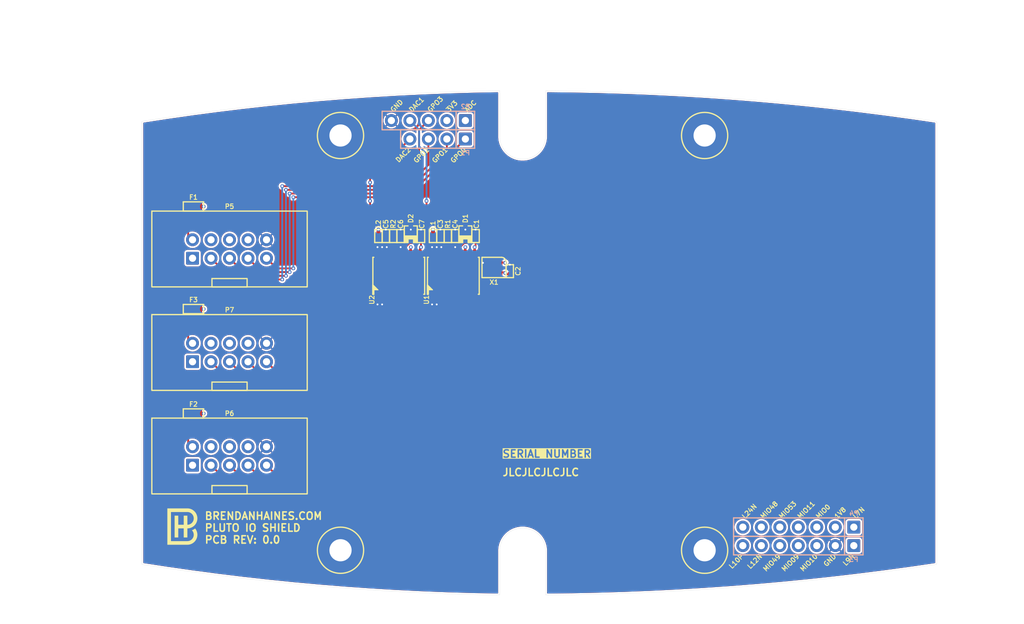
<source format=kicad_pcb>
(kicad_pcb
	(version 20240108)
	(generator "pcbnew")
	(generator_version "8.0")
	(general
		(thickness 1.6)
		(legacy_teardrops no)
	)
	(paper "A")
	(title_block
		(title "${PROJECT_NAME}")
		(rev "${PCB_REVISION}")
		(company "BRENDANHAINES.COM")
	)
	(layers
		(0 "F.Cu" signal)
		(1 "In1.Cu" signal)
		(2 "In2.Cu" signal)
		(31 "B.Cu" signal)
		(32 "B.Adhes" user "B.Adhesive")
		(33 "F.Adhes" user "F.Adhesive")
		(34 "B.Paste" user)
		(35 "F.Paste" user)
		(36 "B.SilkS" user "B.Silkscreen")
		(37 "F.SilkS" user "F.Silkscreen")
		(38 "B.Mask" user)
		(39 "F.Mask" user)
		(40 "Dwgs.User" user "User.Drawings")
		(41 "Cmts.User" user "User.Comments")
		(42 "Eco1.User" user "User.Eco1")
		(43 "Eco2.User" user "User.Eco2")
		(44 "Edge.Cuts" user)
		(45 "Margin" user)
		(46 "B.CrtYd" user "B.Courtyard")
		(47 "F.CrtYd" user "F.Courtyard")
		(48 "B.Fab" user)
		(49 "F.Fab" user)
		(50 "User.1" user)
		(51 "User.2" user)
		(52 "User.3" user)
		(53 "User.4" user)
		(54 "User.5" user)
		(55 "User.6" user)
		(56 "User.7" user)
		(57 "User.8" user)
		(58 "User.9" user)
	)
	(setup
		(stackup
			(layer "F.SilkS"
				(type "Top Silk Screen")
				(color "White")
			)
			(layer "F.Paste"
				(type "Top Solder Paste")
			)
			(layer "F.Mask"
				(type "Top Solder Mask")
				(color "Green")
				(thickness 0.01)
			)
			(layer "F.Cu"
				(type "copper")
				(thickness 0.035)
			)
			(layer "dielectric 1"
				(type "core")
				(thickness 0.48)
				(material "FR4")
				(epsilon_r 4.5)
				(loss_tangent 0.02)
			)
			(layer "In1.Cu"
				(type "copper")
				(thickness 0.035)
			)
			(layer "dielectric 2"
				(type "prepreg")
				(thickness 0.48)
				(material "FR4")
				(epsilon_r 4.5)
				(loss_tangent 0.02)
			)
			(layer "In2.Cu"
				(type "copper")
				(thickness 0.035)
			)
			(layer "dielectric 3"
				(type "core")
				(thickness 0.48)
				(material "FR4")
				(epsilon_r 4.5)
				(loss_tangent 0.02)
			)
			(layer "B.Cu"
				(type "copper")
				(thickness 0.035)
			)
			(layer "B.Mask"
				(type "Bottom Solder Mask")
				(color "Green")
				(thickness 0.01)
			)
			(layer "B.Paste"
				(type "Bottom Solder Paste")
			)
			(layer "B.SilkS"
				(type "Bottom Silk Screen")
				(color "White")
			)
			(copper_finish "ENIG")
			(dielectric_constraints no)
		)
		(pad_to_mask_clearance 0)
		(allow_soldermask_bridges_in_footprints no)
		(grid_origin 80.01 123.19)
		(pcbplotparams
			(layerselection 0x00010fc_ffffffff)
			(plot_on_all_layers_selection 0x0000000_00000000)
			(disableapertmacros no)
			(usegerberextensions no)
			(usegerberattributes yes)
			(usegerberadvancedattributes yes)
			(creategerberjobfile yes)
			(dashed_line_dash_ratio 12.000000)
			(dashed_line_gap_ratio 3.000000)
			(svgprecision 4)
			(plotframeref no)
			(viasonmask no)
			(mode 1)
			(useauxorigin no)
			(hpglpennumber 1)
			(hpglpenspeed 20)
			(hpglpendiameter 15.000000)
			(pdf_front_fp_property_popups yes)
			(pdf_back_fp_property_popups yes)
			(dxfpolygonmode yes)
			(dxfimperialunits yes)
			(dxfusepcbnewfont yes)
			(psnegative no)
			(psa4output no)
			(plotreference yes)
			(plotvalue yes)
			(plotfptext yes)
			(plotinvisibletext no)
			(sketchpadsonfab no)
			(subtractmaskfromsilk no)
			(outputformat 1)
			(mirror no)
			(drillshape 1)
			(scaleselection 1)
			(outputdirectory "")
		)
	)
	(property "PCB_REVISION" "0.0")
	(property "PROJECT_NAME" "PLUTO IO SHIELD")
	(net 0 "")
	(net 1 "GND")
	(net 2 "/GPO1")
	(net 3 "/GPO2")
	(net 4 "/DAC2")
	(net 5 "/GPO0")
	(net 6 "/ADC")
	(net 7 "/DAC1")
	(net 8 "/GPO3")
	(net 9 "VDC_3V3")
	(net 10 "/L12N")
	(net 11 "/L9N")
	(net 12 "/L10P")
	(net 13 "/MIO49")
	(net 14 "/MIO09")
	(net 15 "/MIO10")
	(net 16 "/MIO48")
	(net 17 "/MIO11")
	(net 18 "/L24N")
	(net 19 "/MIO0")
	(net 20 "/L7N")
	(net 21 "VDC_1V8")
	(net 22 "/MIO53")
	(net 23 "Net-(U1-VA)")
	(net 24 "Net-(U1-VREF)")
	(net 25 "Net-(U2-VA)")
	(net 26 "Net-(U2-VREF)")
	(net 27 "/D1_7")
	(net 28 "/D1_6")
	(net 29 "/ADC_CLK")
	(net 30 "/D1_3")
	(net 31 "/D1_5")
	(net 32 "/D1_4")
	(net 33 "/D1_2")
	(net 34 "/D1_0")
	(net 35 "/D1_1")
	(net 36 "/D2_6")
	(net 37 "/D2_1")
	(net 38 "/D2_0")
	(net 39 "/D2_2")
	(net 40 "/D2_4")
	(net 41 "/D2_5")
	(net 42 "/D2_3")
	(net 43 "/D2_7")
	(net 44 "Net-(F2-Pad2)")
	(net 45 "Net-(F3-Pad2)")
	(net 46 "Net-(F1-Pad2)")
	(net 47 "unconnected-(P5-Pad8)")
	(net 48 "unconnected-(P5-Pad4)")
	(net 49 "unconnected-(P5-Pad6)")
	(net 50 "unconnected-(P5-Pad1)")
	(net 51 "unconnected-(P6-Pad6)")
	(net 52 "unconnected-(P6-Pad8)")
	(net 53 "unconnected-(P6-Pad1)")
	(net 54 "unconnected-(P6-Pad4)")
	(net 55 "unconnected-(P7-Pad1)")
	(net 56 "unconnected-(P7-Pad4)")
	(net 57 "unconnected-(P7-Pad8)")
	(net 58 "unconnected-(P7-Pad6)")
	(footprint "common:R0603" (layer "F.Cu") (at 59.817 90.043 180))
	(footprint "common:SOP20_TI_PW0020A" (layer "F.Cu") (at 88.011 85.471 90))
	(footprint "common:PinHeader_2x05_P2.54mm_Vertical_Shrouded" (layer "F.Cu") (at 59.69 97.282))
	(footprint "common:MH120X230_#4" (layer "F.Cu") (at 130.0099 123.19))
	(footprint "common:SOD-323" (layer "F.Cu") (at 89.662 79.756 90))
	(footprint "common:C0402" (layer "F.Cu") (at 95.762 80.01 90))
	(footprint "common:C0402" (layer "F.Cu") (at 98.556 80.01 90))
	(footprint "common:LOGO_BH" (layer "F.Cu") (at 58.7265 122.3445))
	(footprint "common:PinHeader_2x05_P2.54mm_Vertical_Shrouded" (layer "F.Cu") (at 59.69 111.506))
	(footprint "common:C0402" (layer "F.Cu") (at 93.73 80.01 90))
	(footprint "common:SOD-323" (layer "F.Cu") (at 97.159 79.756 90))
	(footprint "common:C0402" (layer "F.Cu") (at 88.265 80.01 90))
	(footprint "common:R0603" (layer "F.Cu") (at 59.817 104.394 180))
	(footprint "common:C0402" (layer "F.Cu") (at 86.233 80.01 90))
	(footprint "common:OSCILLATOR_250X200" (layer "F.Cu") (at 101.092 84.328 -90))
	(footprint "common:PinHeader_2x05_P2.54mm_Vertical_Shrouded" (layer "F.Cu") (at 59.69 83.058))
	(footprint "common:MH120X230_#4" (layer "F.Cu") (at 130.0099 66.1924))
	(footprint "common:R0402" (layer "F.Cu") (at 87.249 80.01 -90))
	(footprint "common:R0603" (layer "F.Cu") (at 59.817 75.946 180))
	(footprint "common:MH120X230_#4" (layer "F.Cu") (at 80.01 123.19))
	(footprint "common:SOP20_TI_PW0020A" (layer "F.Cu") (at 95.504 85.471 90))
	(footprint "common:C0402" (layer "F.Cu") (at 91.059 80.01 90))
	(footprint "common:R0402" (layer "F.Cu") (at 94.746 80.01 -90))
	(footprint "common:MH120X230_#4" (layer "F.Cu") (at 80.01 66.1924))
	(footprint "common:R0402" (layer "F.Cu") (at 85.217 80.01 -90))
	(footprint "common:C0402" (layer "F.Cu") (at 103.251 84.836 90))
	(footprint "common:R0402" (layer "F.Cu") (at 92.714 80.01 -90))
	(footprint "common:PinHeader_1x07_P2.54mm_Vertical" (layer "B.Cu") (at 150.495 120.015 180))
	(footprint "common:PinHeader_1x07_P2.54mm_Vertical" (layer "B.Cu") (at 150.495 122.555 180))
	(footprint "common:PinHeader_1x04_P2.54mm_Vertical" (layer "B.Cu") (at 97.155 66.675 180))
	(footprint "common:PinHeader_1x05_P2.54mm_Vertical" (layer "B.Cu") (at 97.155 64.135 180))
	(gr_line
		(start 52.7304 64.262)
		(end 52.7304 125.1204)
		(stroke
			(width 0.0254)
			(type default)
		)
		(layer "Edge.Cuts")
		(uuid "01eeaaa2-1d96-4fbe-a7c0-eab31686fcf1")
	)
	(gr_line
		(start 101.854 123.2916)
		(end 101.854 129.3368)
		(stroke
			(width 0.0254)
			(type default)
		)
		(layer "Edge.Cuts")
		(uuid "028f1051-2530-4ab2-b4aa-4fe77a954fee")
	)
	(gr_arc
		(start 52.7304 64.262)
		(mid 77.21685 61.27593)
		(end 101.854 60.0456)
		(stroke
			(width 0.0254)
			(type default)
		)
		(layer "Edge.Cuts")
		(uuid "0539845f-d0b8-466b-a84b-778189f6f142")
	)
	(gr_arc
		(start 108.1786 60.0456)
		(mid 135.10175 61.194225)
		(end 161.8742 64.262)
		(stroke
			(width 0.0254)
			(type default)
		)
		(layer "Edge.Cuts")
		(uuid "21fa8685-cbea-48e3-ba4b-3bdab39869cb")
	)
	(gr_line
		(start 161.8742 64.262)
		(end 161.8742 125.1204)
		(stroke
			(width 0.0254)
			(type default)
		)
		(layer "Edge.Cuts")
		(uuid "2351c6a1-8a6b-4eef-bde0-6b8a961f2eae")
	)
	(gr_line
		(start 108.1786 66.294)
		(end 108.1786 60.0456)
		(stroke
			(width 0.0254)
			(type default)
		)
		(layer "Edge.Cuts")
		(uuid "35169102-ec27-4d86-9b9f-b37ae62cb9bc")
	)
	(gr_arc
		(start 101.854 123.2916)
		(mid 105.0163 120.1293)
		(end 108.1786 123.2916)
		(stroke
			(width 0.0254)
			(type default)
		)
		(layer "Edge.Cuts")
		(uuid "3c1f4706-a351-4cdf-9aba-d7bce8b90f26")
	)
	(gr_arc
		(start 101.854 129.3368)
		(mid 77.21685 128.10647)
		(end 52.7304 125.1204)
		(stroke
			(width 0.0254)
			(type default)
		)
		(layer "Edge.Cuts")
		(uuid "6a69de1c-5ddb-4080-85c6-44cb49680848")
	)
	(gr_arc
		(start 161.8742 125.1204)
		(mid 135.10175 128.188175)
		(end 108.1786 129.3368)
		(stroke
			(width 0.0254)
			(type default)
		)
		(layer "Edge.Cuts")
		(uuid "719d83d8-8deb-4654-ad43-144c8890a801")
	)
	(gr_arc
		(start 108.1786 66.294)
		(mid 105.0163 69.4563)
		(end 101.854 66.294)
		(stroke
			(width 0.0254)
			(type default)
		)
		(layer "Edge.Cuts")
		(uuid "b2207f3b-c003-409c-a3da-c269b7eb26e0")
	)
	(gr_line
		(start 108.1786 123.2916)
		(end 108.1786 129.3368)
		(stroke
			(width 0.0254)
			(type default)
		)
		(layer "Edge.Cuts")
		(uuid "d983f51f-a4c1-48ea-98a9-0aaeffa08bc2")
	)
	(gr_line
		(start 101.854 66.294)
		(end 101.854 60.0456)
		(stroke
			(width 0.0254)
			(type default)
		)
		(layer "Edge.Cuts")
		(uuid "ff1f63a4-9257-4195-87a5-270fd42b64fa")
	)
	(gr_text "JLCJLCJLCJLC"
		(at 102.1605 113.0735 0)
		(layer "F.SilkS")
		(uuid "091288de-23c4-4edc-b533-5d552fa8084b")
		(effects
			(font
				(size 1.016 1.016)
				(thickness 0.2032)
				(bold yes)
			)
			(justify left bottom)
		)
	)
	(gr_text "L7N"
		(at 150.495 118.745 45)
		(layer "F.SilkS")
		(uuid "1cdc6d0f-337c-409a-b1da-968567fe4e07")
		(effects
			(font
				(size 0.635 0.635)
				(thickness 0.127)
				(bold yes)
			)
			(justify left)
		)
	)
	(gr_text "GND"
		(at 147.955 123.825 45)
		(layer "F.SilkS")
		(uuid "1d633a11-fa35-47bf-85d6-2ca7e9618761")
		(effects
			(font
				(size 0.635 0.635)
				(thickness 0.127)
				(bold yes)
			)
			(justify right)
		)
	)
	(gr_text "MIO09"
		(at 142.875 123.825 45)
		(layer "F.SilkS")
		(uuid "1d9b0497-2944-4518-9de8-59fb3f31cd85")
		(effects
			(font
				(size 0.635 0.635)
				(thickness 0.127)
				(bold yes)
			)
			(justify right)
		)
	)
	(gr_text "GND"
		(at 86.995 62.865 45)
		(layer "F.SilkS")
		(uuid "32763687-5bbe-4fa7-a03f-9aab5b9b62f1")
		(effects
			(font
				(size 0.635 0.635)
				(thickness 0.127)
				(bold yes)
			)
			(justify left)
		)
	)
	(gr_text "MIO53"
		(at 140.335 118.745 45)
		(layer "F.SilkS")
		(uuid "40d1187b-e6b7-4189-8ff4-2c8c90803fbd")
		(effects
			(font
				(size 0.635 0.635)
				(thickness 0.127)
				(bold yes)
			)
			(justify left)
		)
	)
	(gr_text "BRENDANHAINES.COM\n${PROJECT_NAME}\nPCB REV: ${PCB_REVISION}"
		(at 61.2665 122.3445 0)
		(layer "F.SilkS")
		(uuid "437bdfe8-9461-4ec7-870c-371d6a52dc16")
		(effects
			(font
				(size 1.016 1.016)
				(thickness 0.2032)
				(bold yes)
			)
			(justify left bottom)
		)
	)
	(gr_text "GPO0"
		(at 97.155 67.945 45)
		(layer "F.SilkS")
		(uuid "4e282f1b-fe44-4e52-8424-163d35aa00b7")
		(effects
			(font
				(size 0.635 0.635)
				(thickness 0.127)
				(bold yes)
			)
			(justify right)
		)
	)
	(gr_text "1V8"
		(at 147.955 118.745 45)
		(layer "F.SilkS")
		(uuid "50d5c08f-ca70-40f2-a10f-c5bd703c6387")
		(effects
			(font
				(size 0.635 0.635)
				(thickness 0.127)
				(bold yes)
			)
			(justify left)
		)
	)
	(gr_text "L24N"
		(at 135.255 118.745 45)
		(layer "F.SilkS")
		(uuid "6be3ee54-d0db-492a-abbf-1d2a441bdebd")
		(effects
			(font
				(size 0.635 0.635)
				(thickness 0.127)
				(bold yes)
			)
			(justify left)
		)
	)
	(gr_text "SERIAL NUMBER"
		(at 102.1605 110.5335 0)
		(layer "F.SilkS" knockout)
		(uuid "6c2be5ce-85b7-4de0-9953-9a61d10d3e1f")
		(effects
			(font
				(size 1.016 1.016)
				(thickness 0.2032)
				(bold yes)
			)
			(justify left bottom)
		)
	)
	(gr_text "L9N"
		(at 150.495 123.825 45)
		(layer "F.SilkS")
		(uuid "88c70311-50ca-4c2c-81ac-eface2986662")
		(effects
			(font
				(size 0.635 0.635)
				(thickness 0.127)
				(bold yes)
			)
			(justify right)
		)
	)
	(gr_text "ADC"
		(at 97.155 62.865 45)
		(layer "F.SilkS")
		(uuid "8bb9fc9c-5e6a-4340-90b7-1c8a637bfdd1")
		(effects
			(font
				(size 0.635 0.635)
				(thickness 0.127)
				(bold yes)
			)
			(justify left)
		)
	)
	(gr_text "DAC2"
		(at 89.535 67.945 45)
		(layer "F.SilkS")
		(uuid "8dace095-4eb4-4bfe-b984-7191fb8bc0e4")
		(effects
			(font
				(size 0.635 0.635)
				(thickness 0.127)
				(bold yes)
			)
			(justify right)
		)
	)
	(gr_text "L10P"
		(at 135.255 123.825 45)
		(layer "F.SilkS")
		(uuid "8f655222-c250-4b8a-823d-e28e44254b5b")
		(effects
			(font
				(size 0.635 0.635)
				(thickness 0.127)
				(bold yes)
			)
			(justify right)
		)
	)
	(gr_text "MIO48"
		(at 137.795 118.745 45)
		(layer "F.SilkS")
		(uuid "9e241a46-25b4-4116-9c4e-ebff1490ab27")
		(effects
			(font
				(size 0.635 0.635)
				(thickness 0.127)
				(bold yes)
			)
			(justify left)
		)
	)
	(gr_text "L12N"
		(at 137.795 123.825 45)
		(layer "F.SilkS")
		(uuid "add93b29-be5f-4919-ac3a-0ba6f12c0348")
		(effects
			(font
				(size 0.635 0.635)
				(thickness 0.127)
				(bold yes)
			)
			(justify right)
		)
	)
	(gr_text "GPO3"
		(at 92.075 62.865 45)
		(layer "F.SilkS")
		(uuid "afb3f834-9b19-4667-8d39-9049800dfba3")
		(effects
			(font
				(size 0.635 0.635)
				(thickness 0.127)
				(bold yes)
			)
			(justify left)
		)
	)
	(gr_text "DAC1"
		(at 89.535 62.865 45)
		(layer "F.SilkS")
		(uuid "c622d78a-ca2a-4f82-b223-9632abefab8f")
		(effects
			(font
				(size 0.635 0.635)
				(thickness 0.127)
				(bold yes)
			)
			(justify left)
		)
	)
	(gr_text "MIO0"
		(at 145.415 118.745 45)
		(layer "F.SilkS")
		(uuid "cd7c1240-e884-4550-aa13-ce92a6c80779")
		(effects
			(font
				(size 0.635 0.635)
				(thickness 0.127)
				(bold yes)
			)
			(justify left)
		)
	)
	(gr_text "GPO1"
		(at 94.615 67.945 45)
		(layer "F.SilkS")
		(uuid "d491ca8a-7324-431a-9cd5-9fd076cc52f5")
		(effects
			(font
				(size 0.635 0.635)
				(thickness 0.127)
				(bold yes)
			)
			(justify right)
		)
	)
	(gr_text "MIO11"
		(at 142.875 118.745 45)
		(layer "F.SilkS")
		(uuid "e8325fa2-f8a3-44ca-9978-7bfeabd84427")
		(effects
			(font
				(size 0.635 0.635)
				(thickness 0.127)
				(bold yes)
			)
			(justify left)
		)
	)
	(gr_text "MIO10"
		(at 145.415 123.825 45)
		(layer "F.SilkS")
		(uuid "e833e563-2582-4392-a7d1-7ead7fb5c2d7")
		(effects
			(font
				(size 0.635 0.635)
				(thickness 0.127)
				(bold yes)
			)
			(justify right)
		)
	)
	(gr_text "3V3"
		(at 94.615 62.865 45)
		(layer "F.SilkS")
		(uuid "ec986e4d-d831-4952-bf6d-c8cd3ade1e29")
		(effects
			(font
				(size 0.635 0.635)
				(thickness 0.127)
				(bold yes)
			)
			(justify left)
		)
	)
	(gr_text "MIO49"
		(at 140.335 123.825 45)
		(layer "F.SilkS")
		(uuid "f45fb5e5-6f32-469f-9e03-1e281da8c205")
		(effects
			(font
				(size 0.635 0.635)
				(thickness 0.127)
				(bold yes)
			)
			(justify right)
		)
	)
	(gr_text "GPO2"
		(at 92.075 67.945 45)
		(layer "F.SilkS")
		(uuid "f4ef1a3c-5158-4fc3-a689-311ab536b7c7")
		(effects
			(font
				(size 0.635 0.635)
				(thickness 0.127)
				(bold yes)
			)
			(justify right)
		)
	)
	(dimension
		(type aligned)
		(layer "F.Fab")
		(uuid "01ee0b31-f02b-4470-b2f7-07b9d1207f38")
		(pts
			(xy 52.7304 64.262) (xy 161.8742 64.262)
		)
		(height -14.732)
		(gr_text "4.2970 in"
			(at 107.3023 48.387 0)
			(layer "F.Fab")
			(uuid "01ee0b31-f02b-4470-b2f7-07b9d1207f38")
			(effects
				(font
					(size 1.016 1.016)
					(thickness 0.127)
				)
			)
		)
		(format
			(prefix "")
			(suffix "")
			(units 3)
			(units_format 1)
			(precision 4)
		)
		(style
			(thickness 0.127)
			(arrow_length 1.27)
			(text_position_mode 0)
			(extension_height 0.58642)
			(extension_offset 6.35) keep_text_aligned)
	)
	(dimension
		(type aligned)
		(layer "F.Fab")
		(uuid "0517aec2-45e6-4cc3-9803-feed6af5a135")
		(pts
			(xy 109.347 59.8356) (xy 109.347 129.1268)
		)
		(height 69.977)
		(gr_text "2.7280 in"
			(at 38.227 94.4812 90)
			(layer "F.Fab")
			(uuid "0517aec2-45e6-4cc3-9803-feed6af5a135")
			(effects
				(font
					(size 1.016 1.016)
					(thickness 0.127)
				)
			)
		)
		(format
			(prefix "")
			(suffix "")
			(units 3)
			(units_format 1)
			(precision 4)
		)
		(style
			(thickness 0.127)
			(arrow_length 1.27)
			(text_position_mode 0)
			(extension_height 0.58642)
			(extension_offset 17.78) keep_text_aligned)
	)
	(dimension
		(type aligned)
		(layer "F.Fab")
		(uuid "226b6488-45b6-49fa-998f-108bc8a2286a")
		(pts
			(xy 52.7304 64.262) (xy 52.7304 125.1204)
		)
		(height 9.6774)
		(gr_text "2.3960 in"
			(at 41.91 94.6912 90)
			(layer "F.Fab")
			(uuid "226b6488-45b6-49fa-998f-108bc8a2286a")
			(effects
				(font
					(size 1.016 1.016)
					(thickness 0.127)
				)
			)
		)
		(format
			(prefix "")
			(suffix "")
			(units 3)
			(units_format 1)
			(precision 4)
		)
		(style
			(thickness 0.127)
			(arrow_length 1.27)
			(text_position_mode 0)
			(extension_height 0.58642)
			(extension_offset 2.54) keep_text_aligned)
	)
	(dimension
		(type aligned)
		(layer "F.Fab")
		(uuid "2892fb69-bc65-401b-badd-aa520ee8b469")
		(pts
			(xy 87.503 65.9824) (xy 87.503 122.98)
		)
		(height 40.894)
		(gr_text "2.2440 in"
			(at 45.466 94.4812 90)
			(layer "F.Fab")
			(uuid "2892fb69-bc65-401b-badd-aa520ee8b469")
			(effects
				(font
					(size 1.016 1.016)
					(thickness 0.127)
				)
			)
		)
		(format
			(prefix "")
			(suffix "")
			(units 3)
			(units_format 1)
			(precision 4)
		)
		(style
			(thickness 0.127)
			(arrow_length 1.27)
			(text_position_mode 0)
			(extension_height 0.58642)
			(extension_offset 0.254) keep_text_aligned)
	)
	(dimension
		(type aligned)
		(layer "F.Fab")
		(uuid "8539e48b-c969-41b7-bbcb-ea6a69f1c375")
		(pts
			(xy 105.0163 66.294) (xy 105.0163 123.2916)
		)
		(height -65.0367)
		(gr_text "2.2440 in"
			(at 168.91 94.7928 90)
			(layer "F.Fab")
			(uuid "8539e48b-c969-41b7-bbcb-ea6a69f1c375")
			(effects
				(font
					(size 1.016 1.016)
					(thickness 0.127)
				)
			)
		)
		(format
			(prefix "")
			(suffix "")
			(units 3)
			(units_format 1)
			(precision 4)
		)
		(style
			(thickness 0.127)
			(arrow_length 1.27)
			(text_position_mode 0)
			(extension_height 0.58642)
			(extension_offset 0.254) keep_text_aligned)
	)
	(dimension
		(type aligned)
		(layer "F.Fab")
		(uuid "da0fc324-3843-4697-9d01-01ce7e2f02da")
		(pts
			(xy 80.01 66.1924) (xy 130.0099 66.1924)
		)
		(height -11.7094)
		(gr_text "1.9685 in"
			(at 105.00995 53.34 0)
			(layer "F.Fab")
			(uuid "da0fc324-3843-4697-9d01-01ce7e2f02da")
			(effects
				(font
					(size 1.016 1.016)
					(thickness 0.127)
				)
			)
		)
		(format
			(prefix "")
			(suffix "")
			(units 3)
			(units_format 1)
			(precision 4)
		)
		(style
			(thickness 0.127)
			(arrow_length 1.27)
			(text_position_mode 0)
			(extension_height 0.58642)
			(extension_offset 7.62) keep_text_aligned)
	)
	(segment
		(start 98.556 79.585)
		(end 98.556 79.125)
		(width 0.254)
		(layer "F.Cu")
		(net 1)
		(uuid "0830f0ca-838a-4658-bf5b-b4e87b6cb973")
	)
	(segment
		(start 95.829 81.605)
		(end 95.758 81.534)
		(width 0.127)
		(layer "F.Cu")
		(net 1)
		(uuid "0b1ceb3b-b0df-426e-8d0d-840736731476")
	)
	(segment
		(start 85.736 82.571)
		(end 85.736 81.545)
		(width 0.127)
		(layer "F.Cu")
		(net 1)
		(uuid "1072b699-37ac-4154-b0f5-354c871cbd67")
	)
	(segment
		(start 88.265 79.585)
		(end 88.265 79.121)
		(width 0.254)
		(layer "F.Cu")
		(net 1)
		(uuid "1bb5bab3-9bc6-402a-b8bd-cb3fe063a446")
	)
	(segment
		(start 98.556 79.125)
		(end 98.552 79.121)
		(width 0.254)
		(layer "F.Cu")
		(net 1)
		(uuid "214007b9-33c3-4905-bcf9-cdc4452784b4")
	)
	(segment
		(start 85.086 82.571)
		(end 85.086 81.538)
		(width 0.127)
		(layer "F.Cu")
		(net 1)
		(uuid "28aa7d18-3291-493d-8bdb-91aba1625d52")
	)
	(segment
		(start 86.386 81.56)
		(end 86.36 81.534)
		(width 0.127)
		(layer "F.Cu")
		(net 1)
		(uuid "370dfa10-1d6d-4f38-8fc9-bff6ea48399d")
	)
	(segment
		(start 99.608 83.653)
		(end 99.568 83.693)
		(width 0.254)
		(layer "F.Cu")
		(net 1)
		(uuid "3a3577a3-0eb1-4a2c-8b4e-2b05213f32ed")
	)
	(segment
		(start 85.736 89.397)
		(end 85.725 89.408)
		(width 0.127)
		(layer "F.Cu")
		(net 1)
		(uuid "3b605353-a822-4c5c-979b-86e1c66897b7")
	)
	(segment
		(start 95.829 82.571)
		(end 95.829 81.605)
		(width 0.127)
		(layer "F.Cu")
		(net 1)
		(uuid "42443723-7b83-4412-9075-410646a532d3")
	)
	(segment
		(start 92.579 81.538)
		(end 92.583 81.534)
		(width 0.127)
		(layer "F.Cu")
		(net 1)
		(uuid "464b2b07-2f71-4e84-b97e-1b112a69e6ca")
	)
	(segment
		(start 85.086 88.371)
		(end 85.086 89.404)
		(width 0.127)
		(layer "F.Cu")
		(net 1)
		(uuid "48ac1c6d-207a-4dac-95ad-f316aefe8c95")
	)
	(segment
		(start 92.579 88.371)
		(end 92.579 89.404)
		(width 0.127)
		(layer "F.Cu")
		(net 1)
		(uuid "50b730e2-6f76-4545-8d36-0ab72fb0ffe8")
	)
	(segment
		(start 86.386 82.571)
		(end 86.386 81.56)
		(width 0.127)
		(layer "F.Cu")
		(net 1)
		(uuid "525e0171-e8ce-4c2d-aeb7-e660626310bf")
	)
	(segment
		(start 97.159 79.117)
		(end 97.155 79.121)
		(width 0.254)
		(layer "F.Cu")
		(net 1)
		(uuid "52985b5f-f5b2-4d79-b7aa-ec7f961cee40")
	)
	(segment
		(start 93.879 82.571)
		(end 93.879 81.56)
		(width 0.127)
		(layer "F.Cu")
		(net 1)
		(uuid "5cbabf97-f0a5-41b9-93e9-a174f3dca322")
	)
	(segment
		(start 85.736 81.545)
		(end 85.725 81.534)
		(width 0.127)
		(layer "F.Cu")
		(net 1)
		(uuid "5ee55142-5887-4ad4-a4c9-fd366db4e6a1")
	)
	(segment
		(start 91.059 79.585)
		(end 91.059 79.121)
		(width 0.254)
		(layer "F.Cu")
		(net 1)
		(uuid "63c0f405-584e-4d1b-b0b9-8afe68f89c0a")
	)
	(segment
		(start 88.336 82.571)
		(end 88.336 81.604991)
		(width 0.127)
		(layer "F.Cu")
		(net 1)
		(uuid "688ca362-25e4-4423-ac29-02663def9004")
	)
	(segment
		(start 89.662 78.701)
		(end 89.662 79.121)
		(width 0.254)
		(layer "F.Cu")
		(net 1)
		(uuid "71b42f38-1f64-4027-b7f8-cb66e5dd88a9")
	)
	(segment
		(start 93.73 79.585)
		(end 93.73 79.125)
		(width 0.254)
		(layer "F.Cu")
		(net 1)
		(uuid "868398b8-0d1a-47fc-82f8-34e20b366548")
	)
	(segment
		(start 97.159 78.701)
		(end 97.159 79.117)
		(width 0.254)
		(layer "F.Cu")
		(net 1)
		(uuid "944f1f42-8d1d-45c4-9913-9d64d64956fb")
	)
	(segment
		(start 93.879 81.56)
		(end 93.853 81.534)
		(width 0.127)
		(layer "F.Cu")
		(net 1)
		(uuid "9a3e1982-b867-41f7-b6c7-f4026dd9401f")
	)
	(segment
		(start 86.233 79.585)
		(end 86.233 79.121)
		(width 0.254)
		(layer "F.Cu")
		(net 1)
		(uuid "a24a9ca4-977e-43f8-b4ba-972314389691")
	)
	(segment
		(start 85.736 88.371)
		(end 85.736 89.397)
		(width 0.127)
		(layer "F.Cu")
		(net 1)
		(uuid "adc82979-0383-471a-b57c-8333ed783ba1")
	)
	(segment
		(start 93.73 79.125)
		(end 93.726 79.121)
		(width 0.254)
		(layer "F.Cu")
		(net 1)
		(uuid "b113f5e7-62dd-4a85-8445-81f53f4a0ab5")
	)
	(segment
		(start 93.229 81.545)
		(end 93.218 81.534)
		(width 0.127)
		(layer "F.Cu")
		(net 1)
		(uuid "b9e14420-a812-4599-a92b-be68e5dad5a9")
	)
	(segment
		(start 95.762 79.125)
		(end 95.758 79.121)
		(width 0.254)
		(layer "F.Cu")
		(net 1)
		(uuid "bcc92ec6-6ff1-4b05-ae96-d8712938a395")
	)
	(segment
		(start 100.267 83.653)
		(end 99.608 83.653)
		(width 0.254)
		(layer "F.Cu")
		(net 1)
		(uuid "d97dbed9-f5a7-48ce-bdb1-c566381b1f7a")
	)
	(segment
		(start 92.579 89.404)
		(end 92.583 89.408)
		(width 0.127)
		(layer "F.Cu")
		(net 1)
		(uuid "db6a0eb3-d59c-4328-9c10-5818bed89630")
	)
	(segment
		(start 92.579 82.571)
		(end 92.579 81.538)
		(width 0.127)
		(layer "F.Cu")
		(net 1)
		(uuid "e6dd0b86-14b2-46b9-b01b-7f85f6b75028")
	)
	(segment
		(start 88.336 81.604991)
		(end 88.265009 81.534)
		(width 0.127)
		(layer "F.Cu")
		(net 1)
		(uuid "e9b009a1-d12a-49fb-b8be-b6172717e033")
	)
	(segment
		(start 85.086 81.538)
		(end 85.09 81.534)
		(width 0.127)
		(layer "F.Cu")
		(net 1)
		(uuid "ec880121-227e-4693-9a42-a04a0a538f7b")
	)
	(segment
		(start 85.086 89.404)
		(end 85.09 89.408)
		(width 0.127)
		(layer "F.Cu")
		(net 1)
		(uuid "efa9b13e-2b03-4eba-8d66-5c25b5db9134")
	)
	(segment
		(start 93.229 89.397)
		(end 93.218 89.408)
		(width 0.127)
		(layer "F.Cu")
		(net 1)
		(uuid "f01ff3a1-cbbd-4fac-bfad-5ea1191ce0f7")
	)
	(segment
		(start 93.229 82.571)
		(end 93.229 81.545)
		(width 0.127)
		(layer "F.Cu")
		(net 1)
		(uuid "f112905a-4d42-4712-8d79-5de9ae00412f")
	)
	(segment
		(start 93.229 88.371)
		(end 93.229 89.397)
		(width 0.127)
		(layer "F.Cu")
		(net 1)
		(uuid "f973b6e9-8283-489c-8480-c7b78dfe1490")
	)
	(segment
		(start 95.762 79.585)
		(end 95.762 79.125)
		(width 0.254)
		(layer "F.Cu")
		(net 1)
		(uuid "fbea7439-2d57-43cb-aafa-df11af3b1203")
	)
	(via
		(at 86.36 81.534)
		(size 0.508)
		(drill 0.254)
		(layers "F.Cu" "B.Cu")
		(net 1)
		(uuid "10aff4e0-7e80-4a18-aa96-0d42099a9fcb")
	)
	(via
		(at 93.726 79.121)
		(size 0.508)
		(drill 0.254)
		(layers "F.Cu" "B.Cu")
		(net 1)
		(uuid "11f8e328-c40f-4828-ba8e-51b1344d20b0")
	)
	(via
		(at 92.583 81.534)
		(size 0.508)
		(drill 0.254)
		(layers "F.Cu" "B.Cu")
		(net 1)
		(uuid "1a9bf0e0-07ea-40c1-a322-b9a5220157eb")
	)
	(via
		(at 95.758 81.534)
		(size 0.508)
		(drill 0.254)
		(layers "F.Cu" "B.Cu")
		(net 1)
		(uuid "2992e6b0-9573-41f6-a060-3d21cf09459f")
	)
	(via
		(at 85.725 81.534)
		(size 0.508)
		(drill 0.254)
		(layers "F.Cu" "B.Cu")
		(net 1)
		(uuid "33aed843-9a0c-4209-802b-452a4349337f")
	)
	(via
		(at 97.155 79.121)
		(size 0.508)
		(drill 0.254)
		(layers "F.Cu" "B.Cu")
		(net 1)
		(uuid "38ca8d43-236e-454d-af85-aae2e49aec02")
	)
	(via
		(at 85.09 81.534)
		(size 0.508)
		(drill 0.254)
		(layers "F.Cu" "B.Cu")
		(net 1)
		(uuid "406ebe85-c078-400c-8abc-c1f186465db4")
	)
	(via
		(at 93.853 81.534)
		(size 0.508)
		(drill 0.254)
		(layers "F.Cu" "B.Cu")
		(net 1)
		(uuid "5d812e5f-3a05-407c-a96b-07ce7c4973fc")
	)
	(via
		(at 85.725 89.408)
		(size 0.508)
		(drill 0.254)
		(layers "F.Cu" "B.Cu")
		(net 1)
		(uuid "6bec33e9-93e0-40b8-ad66-ed9eeb91df8f")
	)
	(via
		(at 92.583 89.408)
		(size 0.508)
		(drill 0.254)
		(layers "F.Cu" "B.Cu")
		(net 1)
		(uuid "706d9c16-6611-4a65-8a59-b94543c59489")
	)
	(via
		(at 88.265 79.121)
		(size 0.508)
		(drill 0.254)
		(layers "F.Cu" "B.Cu")
		(net 1)
		(uuid "7c4d33d1-2fd8-4599-b2b3-4112adc7c7b4")
	)
	(via
		(at 89.662 79.121)
		(size 0.508)
		(drill 0.254)
		(layers "F.Cu" "B.Cu")
		(net 1)
		(uuid "840f2970-41d5-49c2-a1f1-87faef9a3712")
	)
	(via
		(at 103.251 83.947)
		(size 0.508)
		(drill 0.254)
		(layers "F.Cu" "B.Cu")
		(net 1)
		(uuid "92534b10-f15f-4238-a526-9b3b1434684d")
	)
	(via
		(at 88.265009 81.534)
		(size 0.508)
		(drill 0.254)
		(layers "F.Cu" "B.Cu")
		(net 1)
		(uuid "a46891d4-a00b-4960-a0ac-362722b0fb02")
	)
	(via
		(at 85.09 89.408)
		(size 0.508)
		(drill 0.254)
		(layers "F.Cu" "B.Cu")
		(net 1)
		(uuid "a74a0162-11c9-4f8b-a0c8-a8b035e33f93")
	)
	(via
		(at 95.758 79.121)
		(size 0.508)
		(drill 0.254)
		(layers "F.Cu" "B.Cu")
		(net 1)
		(uuid "a9f447e5-4eea-401d-918f-6fd9c1d85205")
	)
	(via
		(at 86.233 79.121)
		(size 0.508)
		(drill 0.254)
		(layers "F.Cu" "B.Cu")
		(net 1)
		(uuid "b4b95495-a66b-49a3-a554-3bf08723dfdc")
	)
	(via
		(at 93.218 89.408)
		(size 0.508)
		(drill 0.254)
		(layers "F.Cu" "B.Cu")
		(net 1)
		(uuid "b693b968-dbdd-4c08-8ff7-8e6c7b8c7ba0")
	)
	(via
		(at 99.568 83.693)
		(size 0.508)
		(drill 0.254)
		(layers "F.Cu" "B.Cu")
		(net 1)
		(uuid "c222bd7a-9daa-41d0-8552-68f73e229d8e")
	)
	(via
		(at 98.552 79.121)
		(size 0.508)
		(drill 0.254)
		(layers "F.Cu" "B.Cu")
		(net 1)
		(uuid "cc667938-bb97-4466-822f-636245786098")
	)
	(via
		(at 93.218 81.534)
		(size 0.508)
		(drill 0.254)
		(layers "F.Cu" "B.Cu")
		(net 1)
		(uuid "e26d6191-e07e-417e-a26c-29fc2a16105f")
	)
	(via
		(at 91.059 79.121)
		(size 0.508)
		(drill 0.254)
		(layers "F.Cu" "B.Cu")
		(net 1)
		(uuid "e9b9f02c-c20c-4760-8cb2-3626ab4ce185")
	)
	(segment
		(start 69.215 84.963)
		(end 67.31 83.058)
		(width 0.254)
		(layer "F.Cu")
		(net 2)
		(uuid "385d49ab-818e-4d93-8f45-727929c9a08a")
	)
	(segment
		(start 94.615 66.675)
		(end 94.615 68.453)
		(width 0.254)
		(layer "F.Cu")
		(net 2)
		(uuid "538c601e-7ce3-47ce-a3c8-df9ca2e6cab9")
	)
	(segment
		(start 83.185 74.168)
		(end 73.025 74.168)
		(width 0.254)
		(layer "F.Cu")
		(net 2)
		(uuid "59f12ca9-efd8-4675-8750-b2cdca023923")
	)
	(segment
		(start 94.615 68.453)
		(end 88.9 74.168)
		(width 0.254)
		(layer "F.Cu")
		(net 2)
		(uuid "635baa02-0056-465c-b6f5-6488210f8521")
	)
	(segment
		(start 73.025 84.963)
		(end 69.215 84.963)
		(width 0.254)
		(layer "F.Cu")
		(net 2)
		(uuid "73fdf537-8e07-426d-b613-d62f1d7252b8")
	)
	(segment
		(start 88.9 74.168)
		(end 83.185 74.168)
		(width 0.254)
		(layer "F.Cu")
		(net 2)
		(uuid "b9c0993b-397f-4b47-bb4b-a2e90ff56fa2")
	)
	(via
		(at 73.025 84.963)
		(size 0.508)
		(drill 0.254)
		(layers "F.Cu" "B.Cu")
		(net 2)
		(uuid "56a78404-b229-471a-8085-94a5b42b73d2")
	)
	(via
		(at 73.025 74.168)
		(size 0.508)
		(drill 0.254)
		(layers "F.Cu" "B.Cu")
		(net 2)
		(uuid "65fb56ac-9c38-4e02-8e74-15ac1c013397")
	)
	(segment
		(start 73.025 74.168)
		(end 73.025 84.963)
		(width 0.254)
		(layer "B.Cu")
		(net 2)
		(uuid "08ea5459-14ef-4c56-96df-bbfbc4b4176c")
	)
	(segment
		(start 83.185 73.66)
		(end 72.517 73.66)
		(width 0.254)
		(layer "F.Cu")
		(net 3)
		(uuid "18a7b504-1f79-4deb-adfa-0acba6741840")
	)
	(segment
		(start 92.075 66.675)
		(end 92.075 70.231)
		(width 0.254)
		(layer "F.Cu")
		(net 3)
		(uuid "2a1d0d9b-6c99-40ea-8ab0-5adfee72f2d8")
	)
	(segment
		(start 72.517 85.471)
		(end 67.183 85.471)
		(width 0.254)
		(layer "F.Cu")
		(net 3)
		(uuid "4ad833d0-42f0-4e0b-9ca2-c5d0e2fe7217")
	)
	(segment
		(start 67.183 85.471)
		(end 64.77 83.058)
		(width 0.254)
		(layer "F.Cu")
		(net 3)
		(uuid "bff3d30d-1c6d-4fac-9479-ff47e49858b4")
	)
	(segment
		(start 92.075 70.231)
		(end 88.646 73.66)
		(width 0.254)
		(layer "F.Cu")
		(net 3)
		(uuid "c5f47ad8-315b-4c54-8d65-382819450138")
	)
	(segment
		(start 88.646 73.66)
		(end 83.185 73.66)
		(width 0.254)
		(layer "F.Cu")
		(net 3)
		(uuid "caec03b0-0d76-4dc1-b74a-5bd957b23a24")
	)
	(via
		(at 72.517 73.66)
		(size 0.508)
		(drill 0.254)
		(layers "F.Cu" "B.Cu")
		(net 3)
		(uuid "9509a270-2894-4799-a8cc-4fb4628df4f3")
	)
	(via
		(at 72.517 85.471)
		(size 0.508)
		(drill 0.254)
		(layers "F.Cu" "B.Cu")
		(net 3)
		(uuid "bc472cf4-27e7-4c0e-84ce-60683f436d9b")
	)
	(segment
		(start 72.517 73.66)
		(end 72.517 85.471)
		(width 0.254)
		(layer "B.Cu")
		(net 3)
		(uuid "865a447d-a88b-4f3a-8ab2-0b69cfe49f80")
	)
	(segment
		(start 84.074 72.644)
		(end 84.074 72.136)
		(width 0.254)
		(layer "F.Cu")
		(net 4)
		(uuid "5775f7c4-821d-42a6-94da-e77a8b6e3e06")
	)
	(segment
		(start 84.074 72.136)
		(end 89.535 66.675)
		(width 0.254)
		(layer "F.Cu")
		(net 4)
		(uuid "5b047aa0-d9ef-44b2-9238-740d1734a290")
	)
	(segment
		(start 86.536999 83.82)
		(end 87.036 83.320999)
		(width 0.254)
		(layer "F.Cu")
		(net 4)
		(uuid "5e1dc8bf-6666-46e5-9e4d-6bf57a3be773")
	)
	(segment
		(start 84.836 83.82)
		(end 86.536999 83.82)
		(width 0.254)
		(layer "F.Cu")
		(net 4)
		(uuid "aa47b55f-c2ff-4415-8bf6-b5927a7c367e")
	)
	(segment
		(start 87.036 83.320999)
		(end 87.036 82.571)
		(width 0.254)
		(layer "F.Cu")
		(net 4)
		(uuid "bbb6aef5-2d12-463c-a815-b1ad0fb05cbb")
	)
	(segment
		(start 84.074 75.184)
		(end 84.074 83.058)
		(width 0.254)
		(layer "F.Cu")
		(net 4)
		(uuid "d4b43068-bb13-44f0-a28c-1243654b7880")
	)
	(segment
		(start 84.074 83.058)
		(end 84.836 83.82)
		(width 0.254)
		(layer "F.Cu")
		(net 4)
		(uuid "f9524306-ed64-499f-b07f-a08fec855d14")
	)
	(via
		(at 84.074 75.184)
		(size 0.508)
		(drill 0.254)
		(layers "F.Cu" "B.Cu")
		(net 4)
		(uuid "001f413d-a746-4bed-82f1-3ddba923540c")
	)
	(via
		(at 84.074 72.644)
		(size 0.508)
		(drill 0.254)
		(layers "F.Cu" "B.Cu")
		(net 4)
		(uuid "7c84b90d-e164-41be-b0bc-859c964c65f8")
	)
	(segment
		(start 84.074 72.644)
		(end 84.074 75.184)
		(width 0.254)
		(layer "B.Cu")
		(net 4)
		(uuid "334832ae-ad75-4924-be7c-af715811a756")
	)
	(segment
		(start 71.247 84.455)
		(end 69.85 83.058)
		(width 0.254)
		(layer "F.Cu")
		(net 5)
		(uuid "1603b2a7-9764-4286-b97e-10519de6ec3e")
	)
	(segment
		(start 73.533 84.455)
		(end 71.247 84.455)
		(width 0.254)
		(layer "F.Cu")
		(net 5)
		(uuid "16da0322-9d2c-47a9-9096-dc9d2712300c")
	)
	(segment
		(start 89.154 74.676)
		(end 82.55 74.676)
		(width 0.254)
		(layer "F.Cu")
		(net 5)
		(uuid "70856529-1c0b-46f4-b2e6-3565a9320857")
	)
	(segment
		(start 97.155 66.675)
		(end 89.154 74.676)
		(width 0.254)
		(layer "F.Cu")
		(net 5)
		(uuid "c7eaff75-ed63-4d8c-9aca-296e856ca1d8")
	)
	(segment
		(start 82.55 74.676)
		(end 73.533 74.676)
		(width 0.254)
		(layer "F.Cu")
		(net 5)
		(uuid "f3ae4103-b341-4319-8c6d-686b51f5b76c")
	)
	(via
		(at 73.533 84.455)
		(size 0.508)
		(drill 0.254)
		(layers "F.Cu" "B.Cu")
		(net 5)
		(uuid "0ef3e2c2-11a0-43ff-bdae-e4862b18cca9")
	)
	(via
		(at 73.533 74.676)
		(size 0.508)
		(drill 0.254)
		(layers "F.Cu" "B.Cu")
		(net 5)
		(uuid "14e26230-7f4f-4697-8e9b-69676f433e2f")
	)
	(segment
		(start 73.533 74.676)
		(end 73.533 84.455)
		(width 0.254)
		(layer "B.Cu")
		(net 5)
		(uuid "e10f330c-bf87-45ae-99b4-7305dea4e44c")
	)
	(segment
		(start 91.821 83.084426)
		(end 91.821 78.74)
		(width 0.254)
		(layer "F.Cu")
		(net 7)
		(uuid "131231c0-f485-4af3-99a2-a0050b40e189")
	)
	(segment
		(start 94.529 82.571)
		(end 94.529 83.320999)
		(width 0.254)
		(layer "F.Cu")
		(net 7)
		(uuid "2ce3b494-2793-4b46-93f2-72af6ef150d1")
	)
	(segment
		(start 92.556574 83.82)
		(end 91.821 83.084426)
		(width 0.254)
		(layer "F.Cu")
		(net 7)
		(uuid "401f7ba1-11e6-48cd-9e62-ed741026dfac")
	)
	(segment
		(start 94.529 83.320999)
		(end 94.029999 83.82)
		(width 0.254)
		(layer "F.Cu")
		(net 7)
		(uuid "64933db0-19cd-45e4-8991-0e3fa067116e")
	)
	(segment
		(start 94.029999 83.82)
		(end 92.556574 83.82)
		(width 0.254)
		(layer "F.Cu")
		(net 7)
		(uuid "80e126fb-d758-4edc-8a38-36958e40b887")
	)
	(segment
		(start 91.821 78.74)
		(end 91.821 75.184)
		(width 0.254)
		(layer "F.Cu")
		(net 7)
		(uuid "9ad0fdfe-f813-4103-8e6a-54a81bdb92d0")
	)
	(via
		(at 91.821 75.184)
		(size 0.508)
		(drill 0.254)
		(layers "F.Cu" "B.Cu")
		(net 7)
		(uuid "14360518-5532-420b-b93e-fd3d09ec15a3")
	)
	(segment
		(start 90.805 65.405)
		(end 89.535 64.135)
		(width 0.254)
		(layer "B.Cu")
		(net 7)
		(uuid "1106049c-06bc-4963-961a-ae537bccc8bf")
	)
	(segment
		(start 91.821 68.707)
		(end 90.805 67.691)
		(width 0.254)
		(layer "B.Cu")
		(net 7)
		(uuid "29ea50ae-e7c6-4e51-9255-b87efb5eb2a0")
	)
	(segment
		(start 90.805 67.691)
		(end 90.805 65.405)
		(width 0.254)
		(layer "B.Cu")
		(net 7)
		(uuid "2f582e8e-6469-4ae0-9fb7-21478b141476")
	)
	(segment
		(start 91.821 75.184)
		(end 91.821 68.707)
		(width 0.254)
		(layer "B.Cu")
		(net 7)
		(uuid "88f9b523-ac79-4984-a9c8-a5c3335c8ea2")
	)
	(segment
		(start 72.009 85.979)
		(end 65.151 85.979)
		(width 0.254)
		(layer "F.Cu")
		(net 8)
		(uuid "09fc8683-36e6-4add-bc5e-11a557325b51")
	)
	(segment
		(start 90.805 65.405)
		(end 90.805 70.739)
		(width 0.254)
		(layer "F.Cu")
		(net 8)
		(uuid "13c019f4-1a0c-42b3-b3d9-fb21ee795997")
	)
	(segment
		(start 92.075 64.135)
		(end 90.805 65.405)
		(width 0.254)
		(layer "F.Cu")
		(net 8)
		(uuid "30b94c82-5e26-4c6f-98ea-dd0ee3079fa0")
	)
	(segment
		(start 88.392 73.152)
		(end 72.009 73.152)
		(width 0.254)
		(layer "F.Cu")
		(net 8)
		(uuid "4377e036-1d89-46d0-a706-e6637df07f3a")
	)
	(segment
		(start 90.805 70.739)
		(end 88.392 73.152)
		(width 0.254)
		(layer "F.Cu")
		(net 8)
		(uuid "9370977b-d2e6-4820-858a-1d038ee94415")
	)
	(segment
		(start 65.151 85.979)
		(end 62.23 83.058)
		(width 0.254)
		(layer "F.Cu")
		(net 8)
		(uuid "a14c09b7-b700-4157-8d61-837231ead9ae")
	)
	(via
		(at 72.009 85.979)
		(size 0.508)
		(drill 0.254)
		(layers "F.Cu" "B.Cu")
		(net 8)
		(uuid "dbdf7b99-3192-425c-a2e2-785022ed4e04")
	)
	(via
		(at 72.009 73.152)
		(size 0.508)
		(drill 0.254)
		(layers "F.Cu" "B.Cu")
		(net 8)
		(uuid "e9a4b19d-01f6-497a-8637-8525ac355319")
	)
	(segment
		(start 72.009 73.152)
		(end 72.009 85.979)
		(width 0.254)
		(layer "B.Cu")
		(net 8)
		(uuid "abf404b3-cbde-424b-8356-f4b076bec486")
	)
	(segment
		(start 98.556 81.403)
		(end 98.425 81.534)
		(width 0.254)
		(layer "F.Cu")
		(net 9)
		(uuid "01c29394-eef8-47c8-bb9b-7aac9e31e210")
	)
	(segment
		(start 97.129 82.571)
		(end 97.129 81.56)
		(width 0.254)
		(layer "F.Cu")
		(net 9)
		(uuid "1d4e717b-054b-4ee6-8d82-c42ffd07ba51")
	)
	(segment
		(start 101.917 85.003)
		(end 102.529 85.003)
		(width 0.254)
		(layer "F.Cu")
		(net 9)
		(uuid "1f69f0b0-511e-4adb-b613-f156346e2982")
	)
	(segment
		(start 98.429 82.571)
		(end 98.429 81.538)
		(width 0.254)
		(layer "F.Cu")
		(net 9)
		(uuid "4d72bc38-58e1-413d-9d56-fcbce195d02c")
	)
	(segment
		(start 89.636 82.571)
		(end 89.636 81.56)
		(width 0.254)
		(layer "F.Cu")
		(net 9)
		(uuid "4ed6bac3-760b-42ff-a8e3-9cc57d164bab")
	)
	(segment
		(start 97.129 81.56)
		(end 97.155 81.534)
		(width 0.254)
		(layer "F.Cu")
		(net 9)
		(uuid "53c9c31a-4216-4497-94ec-a0d6673e3e28")
	)
	(segment
		(start 92.714 79.125)
		(end 92.71 79.121)
		(width 0.254)
		(layer "F.Cu")
		(net 9)
		(uuid "566207ef-dfb6-4734-bea4-0ee1be0d43e3")
	)
	(segment
		(start 92.714 79.585)
		(end 92.714 79.125)
		(width 0.254)
		(layer "F.Cu")
		(net 9)
		(uuid "5b11c39f-cc7f-4e26-a9ad-8bf9b5deb8b2")
	)
	(segment
		(start 98.429 81.538)
		(end 98.425 81.534)
		(width 0.254)
		(layer "F.Cu")
		(net 9)
		(uuid "7cb95385-089c-461b-802e-6e0987f77284")
	)
	(segment
		(start 103.251 85.261)
		(end 102.787 85.261)
		(width 0.254)
		(layer "F.Cu")
		(net 9)
		(uuid "874b8b38-beca-45cd-a3f9-9635272720cc")
	)
	(segment
		(start 90.936 81.657)
		(end 91.059 81.534)
		(width 0.254)
		(layer "F.Cu")
		(net 9)
		(uuid "8a928950-3692-4d39-8835-66bc00f94e06")
	)
	(segment
		(start 102.576 83.653)
		(end 102.616 83.693)
		(width 0.254)
		(layer "F.Cu")
		(net 9)
		(uuid "8f3d0416-4330-46c1-a89b-607c9bae4e70")
	)
	(segment
		(start 101.917 83.653)
		(end 102.576 83.653)
		(width 0.254)
		(layer "F.Cu")
		(net 9)
		(uuid "97224c53-ed4f-4a93-8a1a-057b8f57847b")
	)
	(segment
		(start 89.636 81.56)
		(end 89.662 81.534)
		(width 0.254)
		(layer "F.Cu")
		(net 9)
		(uuid "9b12da68-9fbf-478e-a592-24f5a523a2a2")
	)
	(segment
		(start 60.542 90.043)
		(end 61.214 90.043)
		(width 0.254)
		(layer "F.Cu")
		(net 9)
		(uuid "9b47aacf-eb10-4b75-b467-c57c0a59295b")
	)
	(segment
		(start 85.217 79.585)
		(end 85.217 79.121)
		(width 0.254)
		(layer "F.Cu")
		(net 9)
		(uuid "b489495b-8a36-4b23-bcea-c8315a648a44")
	)
	(segment
		(start 60.542 75.946)
		(end 61.214 75.946)
		(width 0.254)
		(layer "F.Cu")
		(net 9)
		(uuid "b53825e4-fe2d-47d4-a8f8-aa19680d26f3")
	)
	(segment
		(start 60.542 104.394)
		(end 61.214 104.394)
		(width 0.254)
		(layer "F.Cu")
		(net 9)
		(uuid "d13c2dd7-f21a-48d9-ac27-2bf61e4ac9f8")
	)
	(segment
		(start 90.936 82.571)
		(end 90.936 81.657)
		(width 0.254)
		(layer "F.Cu")
		(net 9)
		(uuid "d5ccf815-97f3-4f60-9d3d-b62519fc647f")
	)
	(segment
		(start 98.556 80.435)
		(end 98.556 81.403)
		(width 0.254)
		(layer "F.Cu")
		(net 9)
		(uuid "ebf56477-a250-4aad-8c1d-78801bf38bf3")
	)
	(segment
		(start 102.787 85.261)
		(end 102.616 85.09)
		(width 0.254)
		(layer "F.Cu")
		(net 9)
		(uuid "fa7021f6-5c6c-414a-a579-ac6177a8b73d")
	)
	(segment
		(start 91.059 80.689)
		(end 91.059 81.534)
		(width 0.254)
		(layer "F.Cu")
		(net 9)
		(uuid "fdfcdff9-9b1d-4a27-bbbf-33e47ac50903")
	)
	(segment
		(start 102.529 85.003)
		(end 102.616 85.09)
		(width 0.254)
		(layer "F.Cu")
		(net 9)
		(uuid "fecaf8e5-292d-4209-b02f-80c1144fd08f")
	)
	(via
		(at 61.214 90.043)
		(size 0.508)
		(drill 0.254)
		(layers "F.Cu" "B.Cu")
		(net 9)
		(uuid "6a3d32ab-14b2-4d1f-963c-d998c64f5109")
	)
	(via
		(at 91.059 81.534)
		(size 0.508)
		(drill 0.254)
		(layers "F.Cu" "B.Cu")
		(net 9)
		(uuid "6e0fd7c9-cd55-4803-b9e1-c076bf07c3d5")
	)
	(via
		(at 61.214 75.946)
		(size 0.508)
		(drill 0.254)
		(layers "F.Cu" "B.Cu")
		(net 9)
		(uuid "83508dc1-979a-4a85-b8e2-0800bc05ba01")
	)
	(via
		(at 85.217 79.121)
		(size 0.508)
		(drill 0.254)
		(layers "F.Cu" "B.Cu")
		(net 9)
		(uuid "8ba9fb40-072b-4f18-9f23-202c1c151fc5")
	)
	(via
		(at 102.616 83.693)
		(size 0.508)
		(drill 0.254)
		(layers "F.Cu" "B.Cu")
		(net 9)
		(uuid "8ccf7b1a-1393-4126-8998-e799758f1419")
	)
	(via
		(at 98.425 81.534)
		(size 0.508)
		(drill 0.254)
		(layers "F.Cu" "B.Cu")
		(net 9)
		(uuid "9c4463d4-ec83-4306-ac1f-0eb3a6bfb924")
	)
	(via
		(at 92.71 79.121)
		(size 0.508)
		(drill 0.254)
		(layers "F.Cu" "B.Cu")
		(net 9)
		(uuid "aa6dcbdc-4c0e-4a41-8bcc-b5724e0168d3")
	)
	(via
		(at 89.662 81.534)
		(size 0.508)
		(drill 0.254)
		(layers "F.Cu" "B.Cu")
		(net 9)
		(uuid "adc009a5-524c-4153-b6ca-970caea4cc39")
	)
	(via
		(at 102.616 85.09)
		(size 0.508)
		(drill 0.254)
		(layers "F.Cu" "B.Cu")
		(net 9)
		(uuid "cb641feb-b03c-4074-b2fe-446af90fb82f")
	)
	(via
		(at 97.155 81.534)
		(size 0.508)
		(drill 0.254)
		(layers "F.Cu" "B.Cu")
		(net 9)
		(uuid "f37bf8ad-93ca-44e5-ba05-0cb7b22b2dd4")
	)
	(via
		(at 61.214 104.394)
		(size 0.508)
		(drill 0.254)
		(layers "F.Cu" "B.Cu")
		(net 9)
		(uuid "fcace244-5d5b-411f-b960-7a70ac300508")
	)
	(segment
		(start 94.705 80.989)
		(end 94.284 80.989)
		(width 0.254)
		(layer "F.Cu")
		(net 23)
		(uuid "04191a21-62a6-47d6-bb3e-992a9578fdba")
	)
	(segment
		(start 94.692484 79.585)
		(end 93.842484 80.435)
		(width 0.254)
		(layer "F.Cu")
		(net 23)
		(uuid "0fb58d49-8c2c-431f-a7f5-e7df478974b8")
	)
	(segment
		(start 94.746 79.585)
		(end 94.692484 79.585)
		(width 0.254)
		(layer "F.Cu")
		(net 23)
		(uuid "2facaf2f-9bb8-41aa-af2e-469e8478ee79")
	)
	(segment
		(start 95.179 81.463)
		(end 94.705 80.989)
		(width 0.254)
		(layer "F.Cu")
		(net 23)
		(uuid "66e36d9b-d7e3-4005-b93e-d5658f66e659")
	)
	(segment
		(start 92.714 80.435)
		(end 93.73 80.435)
		(width 0.254)
		(layer "F.Cu")
		(net 23)
		(uuid "7389be33-3101-4102-bdf4-7417fc8f9c35")
	)
	(segment
		(start 95.179 82.571)
		(end 95.179 81.463)
		(width 0.254)
		(layer "F.Cu")
		(net 23)
		(uuid "73d89fde-1118-432a-b5e3-119ac618f0e4")
	)
	(segment
		(start 93.842484 80.435)
		(end 93.73 80.435)
		(width 0.254)
		(layer "F.Cu")
		(net 23)
		(uuid "b2102a77-bd16-4b2c-aa32-3b0097da51e2")
	)
	(segment
		(start 94.284 80.989)
		(end 93.73 80.435)
		(width 0.254)
		(layer "F.Cu")
		(net 23)
		(uuid "f17ba861-cb71-4f56-8c77-16d1e6b5f311")
	)
	(segment
		(start 96.783 80.435)
		(end 97.159 80.811)
		(width 0.254)
		(layer "F.Cu")
		(net 24)
		(uuid "317f73d3-e71b-432e-9572-023d5664845c")
	)
	(segment
		(start 96.479 81.491)
		(end 97.159 80.811)
		(width 0.254)
		(layer "F.Cu")
		(net 24)
		(uuid "8da1f2cf-37fd-4820-9f02-0cee52ab6c9e")
	)
	(segment
		(start 94.746 80.435)
		(end 96.783 80.435)
		(width 0.254)
		(layer "F.Cu")
		(net 24)
		(uuid "c1a95aea-286f-4f9b-a229-7c3a62c7f972")
	)
	(segment
		(start 96.479 82.571)
		(end 96.479 81.491)
		(width 0.254)
		(layer "F.Cu")
		(net 24)
		(uuid "d1ca97a1-774a-46bf-8702-90a94c4eb471")
	)
	(segment
		(start 85.217 80.435)
		(end 86.233 80.435)
		(width 0.254)
		(layer "F.Cu")
		(net 25)
		(uuid "13b026b0-85b3-48dd-a371-5c6645753b10")
	)
	(segment
		(start 87.686 81.336)
		(end 87.339 80.989)
		(width 0.254)
		(layer "F.Cu")
		(net 25)
		(uuid "1e29e755-be3a-44c3-a7dd-a338afe4cf16")
	)
	(segment
		(start 86.787 80.989)
		(end 86.233 80.435)
		(width 0.254)
		(layer "F.Cu")
		(net 25)
		(uuid "4c9f0b67-7a25-4ba9-a902-9ebd11555ad3")
	)
	(segment
		(start 86.345484 80.435)
		(end 86.233 80.435)
		(width 0.254)
		(layer "F.Cu")
		(net 25)
		(uuid "85fbc001-de5e-403c-8df0-3a9ac920cfcc")
	)
	(segment
		(start 87.686 82.571)
		(end 87.686 81.336)
		(width 0.254)
		(layer "F.Cu")
		(net 25)
		(uuid "8e075997-41fe-485f-9ea4-d3007219aa3b")
	)
	(segment
		(start 87.249 79.585)
		(end 87.195484 79.585)
		(width 0.254)
		(layer "F.Cu")
		(net 25)
		(uuid "9b78512a-d3a9-499c-9715-5e562fa1189f")
	)
	(segment
		(start 87.195484 79.585)
		(end 86.345484 80.435)
		(width 0.254)
		(layer "F.Cu")
		(net 25)
		(uuid "a071ad40-154c-490b-91f0-285f8400db26")
	)
	(segment
		(start 87.339 80.989)
		(end 86.787 80.989)
		(width 0.254)
		(layer "F.Cu")
		(net 25)
		(uuid "cf4b34ff-6bc6-4aea-9f02-1d9d6c3dcb9c")
	)
	(segment
		(start 88.986 81.487)
		(end 89.662 80.811)
		(width 0.254)
		(layer "F.Cu")
		(net 26)
		(uuid "12bc2828-96c2-4060-96c1-c19769b8929b")
	)
	(segment
		(start 89.286 80.435)
		(end 89.662 80.811)
		(width 0.254)
		(layer "F.Cu")
		(net 26)
		(uuid "5fd132d4-6e37-4caa-b317-e098a7522d64")
	)
	(segment
		(start 88.986 82.571)
		(end 88.986 81.487)
		(width 0.254)
		(layer "F.Cu")
		(net 26)
		(uuid "b2647aff-20cc-4acc-8185-8ab2e61d2554")
	)
	(segment
		(start 87.249 80.435)
		(end 89.286 80.435)
		(width 0.254)
		(layer "F.Cu")
		(net 26)
		(uuid "dadc0d57-26fa-4b47-9358-d3494be8ee8b")
	)
	(segment
		(start 78.109 113.919)
		(end 64.643 113.919)
		(width 0.254)
		(layer "F.Cu")
		(net 27)
		(uuid "072a3c1f-a691-44bb-8f88-d5477ad8dc83")
	)
	(segment
		(start 98.429 93.595)
		(end 98.429 88.371)
		(width 0.254)
		(layer "F.Cu")
		(net 27)
		(uuid "88c6ef89-3c9f-426f-b186-56f14c8bdad6")
	)
	(segment
		(start 64.643 113.919)
		(end 62.23 111.506)
		(width 0.254)
		(layer "F.Cu")
		(net 27)
		(uuid "bc06752c-b3e2-4cfe-9c80-a8253d97a6d2")
	)
	(segment
		(start 98.429 93.599)
		(end 78.109 113.919)
		(width 0.254)
		(layer "F.Cu")
		(net 27)
		(uuid "efe3c004-1d4a-41dd-84d7-64a45b3f000e")
	)
	(segment
		(start 97.779 93.487)
		(end 77.855 113.411)
		(width 0.254)
		(layer "F.Cu")
		(net 28)
		(uuid "1f0a0bd2-219b-4c1d-a0d9-7c22d67ef132")
	)
	(segment
		(start 66.675 113.411)
		(end 64.77 111.506)
		(width 0.254)
		(layer "F.Cu")
		(net 28)
		(uuid "28794703-f613-4de5-a66a-8dcfb2cc52a9")
	)
	(segment
		(start 77.855 113.411)
		(end 66.675 113.411)
		(width 0.254)
		(layer "F.Cu")
		(net 28)
		(uuid "41425f02-aa57-4476-8541-814aa36004e0")
	)
	(segment
		(start 97.779 88.371)
		(end 97.779 93.483)
		(width 0.254)
		(layer "F.Cu")
		(net 28)
		(uuid "9724d39e-5d4e-4668-b3b2-7fda1c491d76")
	)
	(segment
		(start 100.267 85.003)
		(end 97.79 85.003)
		(width 0.254)
		(layer "F.Cu")
		(net 29)
		(uuid "0f0f8dc0-e638-47fb-bd36-82e5a5fee8ca")
	)
	(segment
		(start 90.286 84.063)
		(end 90.286 82.571)
		(width 0.254)
		(layer "F.Cu")
		(net 29)
		(uuid "3dad5b7d-0bf2-41c1-9f55-f9cfc4d6717e")
	)
	(segment
		(start 91.226 85.003)
		(end 90.286 84.063)
		(width 0.254)
		(layer "F.Cu")
		(net 29)
		(uuid "80d9793b-e666-416e-a9dd-5c9fe7c9775b")
	)
	(segment
		(start 97.779 82.571)
		(end 97.779 84.992)
		(width 0.254)
		(layer "F.Cu")
		(net 29)
		(uuid "dd356443-8bb1-40e8-b44f-068417c91595")
	)
	(segment
		(start 97.79 85.003)
		(end 91.226 85.003)
		(width 0.254)
		(layer "F.Cu")
		(net 29)
		(uuid "f0f0e3fe-85f0-4f74-8738-4c10f47a6d97")
	)
	(segment
		(start 97.779 84.992)
		(end 97.79 85.003)
		(width 0.254)
		(layer "F.Cu")
		(net 29)
		(uuid "f9448868-e344-48dd-9f53-487165ea56b3")
	)
	(segment
		(start 77.601 112.903)
		(end 68.707 112.903)
		(width 0.254)
		(layer "F.Cu")
		(net 31)
		(uuid "7cd4db2d-3ba9-4fd5-a16e-2d2ec149bbba")
	)
	(segment
		(start 68.707 112.903)
		(end 67.31 111.506)
		(width 0.254)
		(layer "F.Cu")
		(net 31)
		(uuid "863f7a22-7577-4c0d-8f24-9dc3fca8ee77")
	)
	(segment
		(start 97.129 93.371)
		(end 97.129 88.371)
		(width 0.254)
		(layer "F.Cu")
		(net 31)
		(uuid "b0fb09e0-2076-41a5-ae3b-8a6b91c364ca")
	)
	(segment
		(start 97.129 93.375)
		(end 77.601 112.903)
		(width 0.254)
		(layer "F.Cu")
		(net 31)
		(uuid "f1f65d4e-03b4-451e-927a-1d07ee1a069d")
	)
	(segment
		(start 70.739 112.395)
		(end 77.347 112.395)
		(width 0.254)
		(layer "F.Cu")
		(net 32)
		(uuid "3fbf46f7-59d5-4689-aee5-50fbe43b8eae")
	)
	(segment
		(start 77.347 112.395)
		(end 96.479 93.263)
		(width 0.254)
		(layer "F.Cu")
		(net 32)
		(uuid "49c0bff0-a796-48cc-8eb0-2242c6e6cf2e")
	)
	(segment
		(start 96.479 88.371)
		(end 96.479 93.259)
		(width 0.254)
		(layer "F.Cu")
		(net 32)
		(uuid "665c81b9-d9a7-48c3-9d2e-1cb9a1a8595c")
	)
	(segment
		(start 69.85 111.506)
		(end 70.739 112.395)
		(width 0.254)
		(layer "F.Cu")
		(net 32)
		(uuid "87c45acd-b7d9-4bd3-b675-34ccde36fe07")
	)
	(segment
		(start 66.675 99.187)
		(end 64.77 97.282)
		(width 0.254)
		(layer "F.Cu")
		(net 36)
		(uuid "1c73b523-61ec-4d00-91fe-16de8b4580ca")
	)
	(segment
		(start 90.286 90.054)
		(end 90.286 88.371)
		(width 0.254)
		(layer "F.Cu")
		(net 36)
		(uuid "6a38224f-18b9-4946-9768-dded7e05db23")
	)
	(segment
		(start 81.157 99.187)
		(end 66.675 99.187)
		(width 0.254)
		(layer "F.Cu")
		(net 36)
		(uuid "d3a8bffc-b693-4f65-95d3-81528c4d94b3")
	)
	(segment
		(start 90.286 90.058)
		(end 81.157 99.187)
		(width 0.254)
		(layer "F.Cu")
		(net 36)
		(uuid "f4575a5f-3dc2-48b8-92f7-b2b374a870bc")
	)
	(segment
		(start 88.986 89.834)
		(end 80.649 98.171)
		(width 0.254)
		(layer "F.Cu")
		(net 40)
		(uuid "35624c94-91e5-4fcb-a24c-f51ca1dcb63c")
	)
	(segment
		(start 80.649 98.171)
		(end 70.739 98.171)
		(width 0.254)
		(layer "F.Cu")
		(net 40)
		(uuid "3f7e762b-8cee-4b8b-be82-26d6ffe2dc25")
	)
	(segment
		(start 88.986 89.83)
		(end 88.986 88.371)
		(width 0.254)
		(layer "F.Cu")
		(net 40)
		(uuid "61933166-e59b-4b04-ba72-bfd6fc74cd47")
	)
	(segment
		(start 70.739 98.171)
		(end 69.85 97.282)
		(width 0.254)
		(layer "F.Cu")
		(net 40)
		(uuid "6a3bef37-90dd-4e70-9cd9-26b9e36ecf3b")
	)
	(segment
		(start 68.707 98.679)
		(end 67.31 97.282)
		(width 0.254)
		(layer "F.Cu")
		(net 41)
		(uuid "3d6db746-1a09-4ee4-8a61-2563fa73842e")
	)
	(segment
		(start 89.636 89.946)
		(end 80.903 98.679)
		(width 0.254)
		(layer "F.Cu")
		(net 41)
		(uuid "8520b683-9b64-437e-a0cd-ce1a88e5eba4")
	)
	(segment
		(start 80.903 98.679)
		(end 68.707 98.679)
		(width 0.254)
		(layer "F.Cu")
		(net 41)
		(uuid "cf00b277-2626-4c3d-a48b-0fb79a87b3e7")
	)
	(segment
		(start 89.636 88.371)
		(end 89.636 89.942)
		(width 0.254)
		(layer "F.Cu")
		(net 41)
		(uuid "d4c3a7c3-2210-4333-8aed-e63c8839ddcc")
	)
	(segment
		(start 81.411 99.695)
		(end 64.643 99.695)
		(width 0.254)
		(layer "F.Cu")
		(net 43)
		(uuid "1dd7d20a-41b4-4e1c-abf0-262b28a215dd")
	)
	(segment
		(start 90.936 90.17)
		(end 81.411 99.695)
		(width 0.254)
		(layer "F.Cu")
		(net 43)
		(uuid "5b7af33e-a3ca-4e30-b861-dd9542b9c053")
	)
	(segment
		(start 90.936 88.371)
		(end 90.936 90.166)
		(width 0.254)
		(layer "F.Cu")
		(net 43)
		(uuid "969bf18e-400c-4bbe-afca-28904b919734")
	)
	(segment
		(start 64.643 99.695)
		(end 62.23 97.282)
		(width 0.254)
		(layer "F.Cu")
		(net 43)
		(uuid "9cd71582-a373-4cd9-b7e7-477fac45a891")
	)
	(segment
		(start 59.092 108.368)
		(end 59.69 108.966)
		(width 0.254)
		(layer "F.Cu")
		(net 44)
		(uuid "41ea0728-fca0-4a51-8437-515e24989a0e")
	)
	(segment
		(start 59.092 104.902)
		(end 59.092 108.368)
		(width 0.254)
		(layer "F.Cu")
		(net 44)
		(uuid "fa4f2d4e-9d38-4733-8488-b5b792c7a500")
	)
	(segment
		(start 59.092 90.551)
		(end 59.092 94.144)
		(width 0.254)
		(layer "F.Cu")
		(net 45)
		(uuid "144443e2-af8c-49be-9f5a-2ade25b82649")
	)
	(segment
		(start 59.092 94.144)
		(end 59.69 94.742)
		(width 0.254)
		(layer "F.Cu")
		(net 45)
		(uuid "a04516ea-c371-4ea7-ae82-06dfcd237c49")
	)
	(segment
		(start 59.092 76.454)
		(end 59.092 79.92)
		(width 0.254)
		(layer "F.Cu")
		(net 46)
		(uuid "9114fccd-e8ea-4ea6-bb17-18d46ec41540")
	)
	(segment
		(start 59.092 79.92)
		(end 59.69 80.518)
		(width 0.254)
		(layer "F.Cu")
		(net 46)
		(uuid "9322146d-cc32-49b6-bde0-403f474bd25d")
	)
	(zone
		(net 1)
		(net_name "GND")
		(layers "F.Cu" "In1.Cu" "In2.Cu" "B.Cu")
		(uuid "0264c28f-3b35-4ff9-937a-195dae0d36a1")
		(hatch edge 0.5)
		(connect_pads
			(clearance 0.254)
		)
		(min_thickness 0.127)
		(filled_area
... [482384 chars truncated]
</source>
